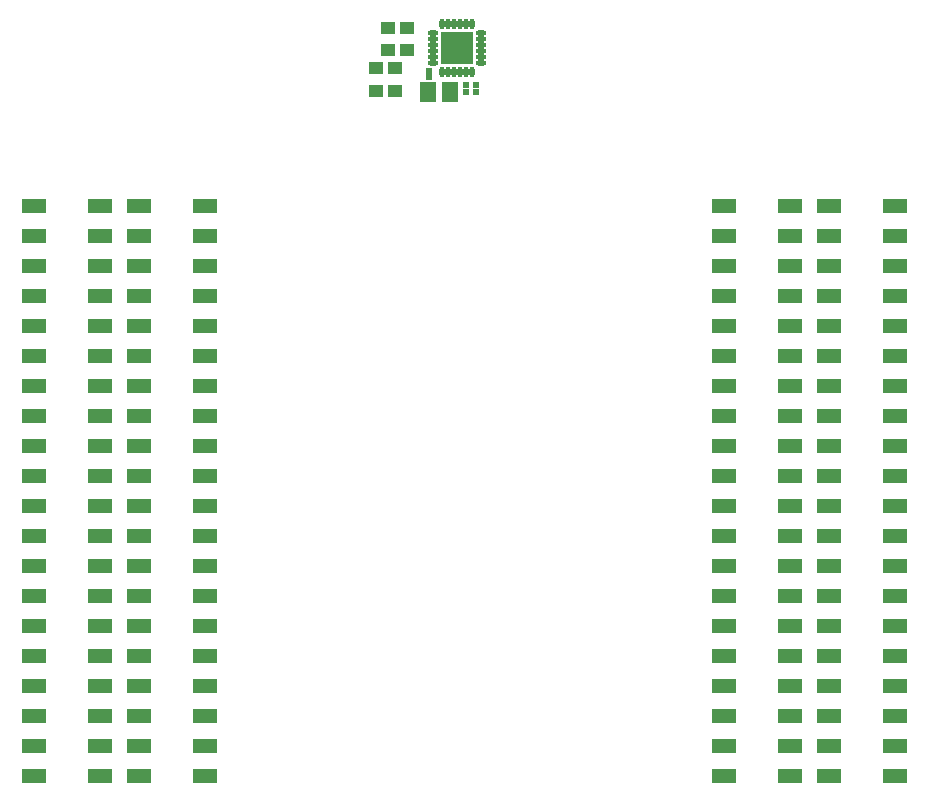
<source format=gbs>
%FSLAX23Y23*%
%MOIN*%
G70*
G01*
G75*
G04 Layer_Color=16711935*
%ADD10R,0.050X0.125*%
%ADD11R,0.072X0.039*%
%ADD12O,0.061X0.014*%
%ADD13R,0.024X0.043*%
%ADD14O,0.037X0.010*%
%ADD15O,0.010X0.037*%
%ADD16R,0.094X0.094*%
%ADD17O,0.067X0.014*%
%ADD18O,0.010X0.028*%
%ADD19R,0.075X0.071*%
%ADD20R,0.028X0.012*%
%ADD21R,0.059X0.035*%
%ADD22R,0.035X0.039*%
%ADD23R,0.039X0.035*%
%ADD24R,0.026X0.022*%
%ADD25R,0.031X0.031*%
%ADD26R,0.063X0.031*%
%ADD27R,0.014X0.013*%
%ADD28R,0.045X0.057*%
%ADD29R,0.013X0.014*%
%ADD30R,0.045X0.071*%
%ADD31C,0.010*%
%ADD32C,0.030*%
%ADD33C,0.025*%
%ADD34R,0.101X0.030*%
%ADD35R,0.110X0.070*%
%ADD36R,0.054X0.168*%
%ADD37R,0.032X0.129*%
%ADD38C,0.028*%
%ADD39C,0.030*%
%ADD40C,0.026*%
%ADD41C,0.040*%
%ADD42C,0.048*%
G04:AMPARAMS|DCode=43|XSize=50mil|YSize=50mil|CornerRadius=0mil|HoleSize=0mil|Usage=FLASHONLY|Rotation=0.000|XOffset=0mil|YOffset=0mil|HoleType=Round|Shape=Relief|Width=10mil|Gap=6mil|Entries=4|*
%AMTHD43*
7,0,0,0.050,0.038,0.010,45*
%
%ADD43THD43*%
G04:AMPARAMS|DCode=44|XSize=44.992mil|YSize=44.992mil|CornerRadius=0mil|HoleSize=0mil|Usage=FLASHONLY|Rotation=0.000|XOffset=0mil|YOffset=0mil|HoleType=Round|Shape=Relief|Width=10mil|Gap=6mil|Entries=4|*
%AMTHD44*
7,0,0,0.045,0.033,0.010,45*
%
%ADD44THD44*%
%ADD45C,0.043*%
%ADD46O,0.026X0.010*%
%ADD47O,0.010X0.026*%
%ADD48R,0.102X0.102*%
%ADD49C,0.020*%
%ADD50C,0.024*%
%ADD51C,0.010*%
%ADD52C,0.008*%
%ADD53C,0.004*%
%ADD54C,0.004*%
%ADD55C,0.006*%
%ADD56R,0.750X0.150*%
%ADD57R,0.058X0.133*%
%ADD58R,0.080X0.047*%
%ADD59O,0.069X0.022*%
%ADD60R,0.029X0.048*%
%ADD61O,0.045X0.018*%
%ADD62O,0.018X0.045*%
%ADD63R,0.102X0.102*%
%ADD64O,0.075X0.022*%
%ADD65O,0.018X0.036*%
%ADD66R,0.083X0.079*%
%ADD67R,0.036X0.020*%
%ADD68R,0.067X0.043*%
%ADD69R,0.043X0.047*%
%ADD70R,0.047X0.043*%
%ADD71R,0.034X0.030*%
%ADD72R,0.039X0.039*%
%ADD73R,0.071X0.039*%
%ADD74R,0.022X0.021*%
%ADD75R,0.053X0.065*%
%ADD76R,0.021X0.022*%
%ADD77R,0.053X0.079*%
%ADD78O,0.034X0.018*%
%ADD79O,0.018X0.034*%
%ADD80R,0.110X0.110*%
D58*
X-785Y250D02*
D03*
Y150D02*
D03*
Y-50D02*
D03*
Y50D02*
D03*
Y-350D02*
D03*
Y-450D02*
D03*
Y-250D02*
D03*
Y-150D02*
D03*
Y-950D02*
D03*
Y-1050D02*
D03*
Y-1250D02*
D03*
Y-1150D02*
D03*
Y-750D02*
D03*
Y-850D02*
D03*
Y-650D02*
D03*
Y-550D02*
D03*
Y-1550D02*
D03*
Y-1650D02*
D03*
Y-1450D02*
D03*
Y-1350D02*
D03*
X-565D02*
D03*
Y-1450D02*
D03*
Y-1650D02*
D03*
Y-1550D02*
D03*
Y-550D02*
D03*
Y-650D02*
D03*
Y-850D02*
D03*
Y-750D02*
D03*
Y-1150D02*
D03*
Y-1250D02*
D03*
Y-1050D02*
D03*
Y-950D02*
D03*
Y-150D02*
D03*
Y-250D02*
D03*
Y-450D02*
D03*
Y-350D02*
D03*
Y50D02*
D03*
Y-50D02*
D03*
Y150D02*
D03*
Y250D02*
D03*
X-3085D02*
D03*
Y150D02*
D03*
Y-50D02*
D03*
Y50D02*
D03*
Y-350D02*
D03*
Y-450D02*
D03*
Y-250D02*
D03*
Y-150D02*
D03*
Y-950D02*
D03*
Y-1050D02*
D03*
Y-1250D02*
D03*
Y-1150D02*
D03*
Y-750D02*
D03*
Y-850D02*
D03*
Y-650D02*
D03*
Y-550D02*
D03*
Y-1550D02*
D03*
Y-1650D02*
D03*
Y-1450D02*
D03*
Y-1350D02*
D03*
X-2865D02*
D03*
Y-1450D02*
D03*
Y-1650D02*
D03*
Y-1550D02*
D03*
Y-550D02*
D03*
Y-650D02*
D03*
Y-850D02*
D03*
Y-750D02*
D03*
Y-1150D02*
D03*
Y-1250D02*
D03*
Y-1050D02*
D03*
Y-950D02*
D03*
Y-150D02*
D03*
Y-250D02*
D03*
Y-450D02*
D03*
Y-350D02*
D03*
Y50D02*
D03*
Y-50D02*
D03*
Y150D02*
D03*
Y250D02*
D03*
X-1135D02*
D03*
Y150D02*
D03*
Y-50D02*
D03*
Y50D02*
D03*
Y-350D02*
D03*
Y-450D02*
D03*
Y-250D02*
D03*
Y-150D02*
D03*
Y-950D02*
D03*
Y-1050D02*
D03*
Y-1250D02*
D03*
Y-1150D02*
D03*
Y-750D02*
D03*
Y-850D02*
D03*
Y-650D02*
D03*
Y-550D02*
D03*
Y-1550D02*
D03*
Y-1650D02*
D03*
Y-1450D02*
D03*
Y-1350D02*
D03*
X-915D02*
D03*
Y-1450D02*
D03*
Y-1650D02*
D03*
Y-1550D02*
D03*
Y-550D02*
D03*
Y-650D02*
D03*
Y-850D02*
D03*
Y-750D02*
D03*
Y-1150D02*
D03*
Y-1250D02*
D03*
Y-1050D02*
D03*
Y-950D02*
D03*
Y-150D02*
D03*
Y-250D02*
D03*
Y-450D02*
D03*
Y-350D02*
D03*
Y50D02*
D03*
Y-50D02*
D03*
Y150D02*
D03*
Y250D02*
D03*
X-3435D02*
D03*
Y150D02*
D03*
Y-50D02*
D03*
Y50D02*
D03*
Y-350D02*
D03*
Y-450D02*
D03*
Y-250D02*
D03*
Y-150D02*
D03*
Y-950D02*
D03*
Y-1050D02*
D03*
Y-1250D02*
D03*
Y-1150D02*
D03*
Y-750D02*
D03*
Y-850D02*
D03*
Y-650D02*
D03*
Y-550D02*
D03*
Y-1550D02*
D03*
Y-1650D02*
D03*
Y-1450D02*
D03*
Y-1350D02*
D03*
X-3215D02*
D03*
Y-1450D02*
D03*
Y-1650D02*
D03*
Y-1550D02*
D03*
Y-550D02*
D03*
Y-650D02*
D03*
Y-850D02*
D03*
Y-750D02*
D03*
Y-1150D02*
D03*
Y-1250D02*
D03*
Y-1050D02*
D03*
Y-950D02*
D03*
Y-150D02*
D03*
Y-250D02*
D03*
Y-450D02*
D03*
Y-350D02*
D03*
Y50D02*
D03*
Y-50D02*
D03*
Y150D02*
D03*
Y250D02*
D03*
D70*
X-2256Y768D02*
D03*
Y843D02*
D03*
X-2231Y708D02*
D03*
Y633D02*
D03*
X-2191Y843D02*
D03*
Y768D02*
D03*
X-2296Y633D02*
D03*
Y708D02*
D03*
D75*
X-2121Y631D02*
D03*
X-2050D02*
D03*
D76*
X-1961Y652D02*
D03*
Y630D02*
D03*
X-1996Y652D02*
D03*
Y630D02*
D03*
X-2120Y701D02*
D03*
Y679D02*
D03*
D78*
X-1946Y825D02*
D03*
Y805D02*
D03*
Y786D02*
D03*
Y766D02*
D03*
Y746D02*
D03*
Y727D02*
D03*
X-2106D02*
D03*
Y746D02*
D03*
Y766D02*
D03*
Y786D02*
D03*
Y805D02*
D03*
Y825D02*
D03*
D79*
X-1977Y696D02*
D03*
X-1996D02*
D03*
X-2016D02*
D03*
X-2036D02*
D03*
X-2055D02*
D03*
X-2075D02*
D03*
Y855D02*
D03*
X-2055D02*
D03*
X-2036D02*
D03*
X-2016D02*
D03*
X-1996D02*
D03*
X-1977D02*
D03*
D80*
X-2026Y776D02*
D03*
M02*

</source>
